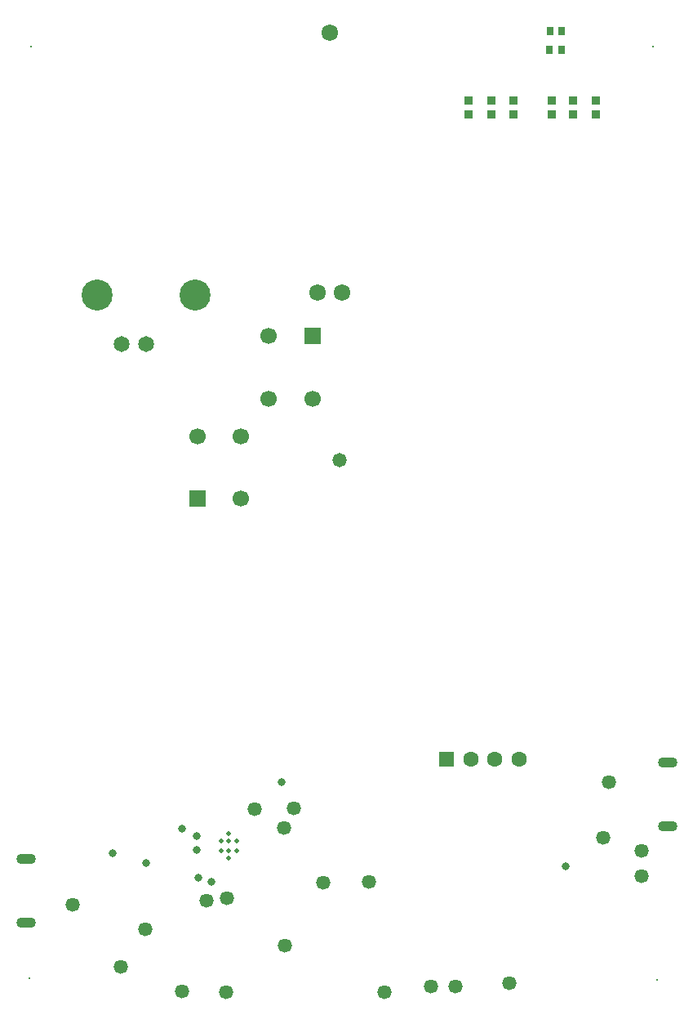
<source format=gbs>
G04*
G04 #@! TF.GenerationSoftware,Altium Limited,Altium Designer,23.4.1 (23)*
G04*
G04 Layer_Color=16711935*
%FSLAX25Y25*%
%MOIN*%
G70*
G04*
G04 #@! TF.SameCoordinates,3C4277FE-F450-4ED3-BB46-299587BC0101*
G04*
G04*
G04 #@! TF.FilePolarity,Negative*
G04*
G01*
G75*
%ADD35R,0.02953X0.03543*%
%ADD39R,0.03788X0.03681*%
%ADD76C,0.06299*%
%ADD77O,0.07874X0.04331*%
%ADD78R,0.06299X0.06299*%
%ADD79C,0.06693*%
%ADD80R,0.06693X0.06693*%
%ADD81C,0.06772*%
%ADD82C,0.06480*%
%ADD83C,0.00787*%
%ADD84C,0.12658*%
%ADD85C,0.05787*%
%ADD86C,0.03150*%
%ADD87C,0.01968*%
%ADD116C,0.05800*%
D35*
X471654Y491142D02*
D03*
X471555Y483169D02*
D03*
X476378Y491142D02*
D03*
X476280Y483169D02*
D03*
D39*
X481201Y456867D02*
D03*
X490551D02*
D03*
X472343Y456890D02*
D03*
X447638Y456928D02*
D03*
X456791D02*
D03*
X438287Y456965D02*
D03*
X472343Y462523D02*
D03*
X438287Y462598D02*
D03*
X456791Y462561D02*
D03*
X447638D02*
D03*
X481201Y462500D02*
D03*
X490551D02*
D03*
D76*
X449213Y194095D02*
D03*
X439370D02*
D03*
X459055D02*
D03*
D77*
X257752Y153220D02*
D03*
Y127236D02*
D03*
X519587Y166732D02*
D03*
Y192717D02*
D03*
D78*
X429528Y194095D02*
D03*
D79*
X356890Y341142D02*
D03*
Y366732D02*
D03*
X327756Y325787D02*
D03*
X345472D02*
D03*
Y300197D02*
D03*
X374606Y341142D02*
D03*
D80*
X327756Y300197D02*
D03*
X374606Y366732D02*
D03*
D81*
X381890Y490394D02*
D03*
X376890Y384409D02*
D03*
X386890D02*
D03*
D82*
X296772Y363465D02*
D03*
X306772D02*
D03*
D83*
X515354Y103937D02*
D03*
X259055Y104724D02*
D03*
X259843Y484646D02*
D03*
X513780D02*
D03*
D84*
X326772Y383465D02*
D03*
X286772D02*
D03*
D85*
X379134Y143701D02*
D03*
X397638Y144095D02*
D03*
X493307Y161811D02*
D03*
X509055Y146457D02*
D03*
Y156693D02*
D03*
X495669Y184646D02*
D03*
X455118Y102756D02*
D03*
X276772Y134646D02*
D03*
X366929Y174016D02*
D03*
X362992Y166142D02*
D03*
X363386Y118110D02*
D03*
X351181Y173622D02*
D03*
X306299Y124803D02*
D03*
X339764Y137402D02*
D03*
X321260Y99213D02*
D03*
X339370Y98819D02*
D03*
X296457Y109449D02*
D03*
X433071Y101181D02*
D03*
X423228D02*
D03*
X403937Y98819D02*
D03*
X331496Y136221D02*
D03*
D86*
X477953Y150394D02*
D03*
X362158Y184646D02*
D03*
X306693Y151575D02*
D03*
X327953Y145669D02*
D03*
X333465Y144095D02*
D03*
X327559Y156933D02*
D03*
X327362Y162795D02*
D03*
X292913Y155512D02*
D03*
X321457Y165551D02*
D03*
D87*
X340551Y163681D02*
D03*
X337500Y160728D02*
D03*
X340551D02*
D03*
X343602D02*
D03*
X337500Y156594D02*
D03*
X340551D02*
D03*
X343602D02*
D03*
X340551Y153642D02*
D03*
D116*
X385827Y316142D02*
D03*
M02*

</source>
